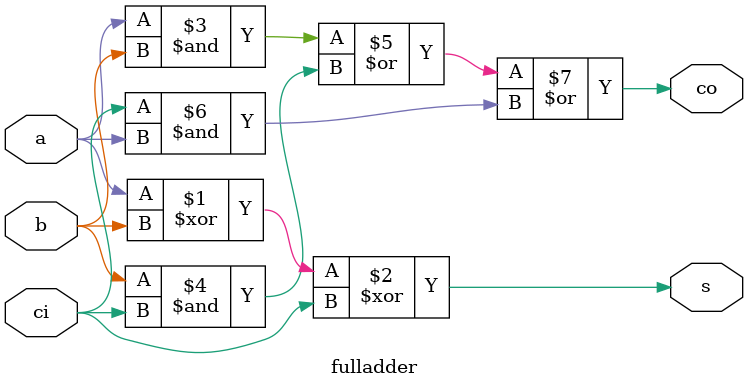
<source format=v>
`timescale 1ns / 1ps


module fulladder(output s,co, input a,b,ci);
assign s = a^b^ci;
assign co = (a&b) | (b&ci) | (ci&a);
endmodule

</source>
